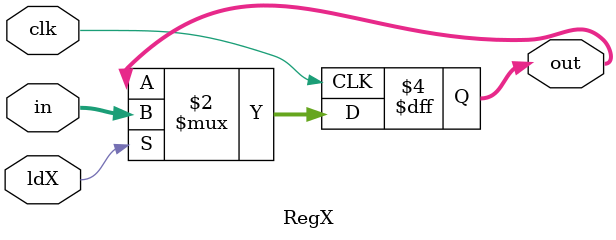
<source format=v>
`timescale 1ns/1ns

module RegX(input ldX, clk, input[15:0] in, output reg [15:0] out);

  always@ (posedge clk) begin
    if(ldX) out <= in;
  end
  
endmodule

</source>
